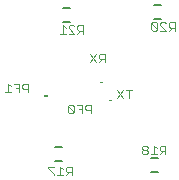
<source format=gbo>
G75*
%MOIN*%
%OFA0B0*%
%FSLAX25Y25*%
%IPPOS*%
%LPD*%
%AMOC8*
5,1,8,0,0,1.08239X$1,22.5*
%
%ADD10C,0.00300*%
%ADD11C,0.00600*%
%ADD12C,0.00000*%
D10*
X0020262Y0021932D02*
X0022197Y0019997D01*
X0022197Y0019513D01*
X0022197Y0022416D02*
X0020262Y0022416D01*
X0020262Y0021932D01*
X0023208Y0019513D02*
X0025143Y0019513D01*
X0024176Y0019513D02*
X0024176Y0022416D01*
X0025143Y0021448D01*
X0026155Y0020965D02*
X0026638Y0020481D01*
X0028090Y0020481D01*
X0028090Y0019513D02*
X0028090Y0022416D01*
X0026638Y0022416D01*
X0026155Y0021932D01*
X0026155Y0020965D01*
X0027122Y0020481D02*
X0026155Y0019513D01*
X0027306Y0040163D02*
X0028273Y0040163D01*
X0028757Y0040647D01*
X0026822Y0042582D01*
X0026822Y0040647D01*
X0027306Y0040163D01*
X0028757Y0040647D02*
X0028757Y0042582D01*
X0028273Y0043066D01*
X0027306Y0043066D01*
X0026822Y0042582D01*
X0029769Y0043066D02*
X0031703Y0043066D01*
X0031703Y0040163D01*
X0031703Y0041615D02*
X0030736Y0041615D01*
X0032715Y0041615D02*
X0033199Y0041131D01*
X0034650Y0041131D01*
X0034650Y0040163D02*
X0034650Y0043066D01*
X0033199Y0043066D01*
X0032715Y0042582D01*
X0032715Y0041615D01*
X0034269Y0057163D02*
X0036203Y0060066D01*
X0037215Y0059582D02*
X0037215Y0058615D01*
X0037699Y0058131D01*
X0039150Y0058131D01*
X0038183Y0058131D02*
X0037215Y0057163D01*
X0036203Y0057163D02*
X0034269Y0060066D01*
X0037215Y0059582D02*
X0037699Y0060066D01*
X0039150Y0060066D01*
X0039150Y0057163D01*
X0043269Y0048066D02*
X0045203Y0045163D01*
X0043269Y0045163D02*
X0045203Y0048066D01*
X0046215Y0048066D02*
X0048150Y0048066D01*
X0047183Y0048066D02*
X0047183Y0045163D01*
X0052045Y0029416D02*
X0051562Y0028932D01*
X0051562Y0028448D01*
X0052045Y0027965D01*
X0053013Y0027965D01*
X0053497Y0028448D01*
X0053497Y0028932D01*
X0053013Y0029416D01*
X0052045Y0029416D01*
X0052045Y0027965D02*
X0051562Y0027481D01*
X0051562Y0026997D01*
X0052045Y0026513D01*
X0053013Y0026513D01*
X0053497Y0026997D01*
X0053497Y0027481D01*
X0053013Y0027965D01*
X0054508Y0026513D02*
X0056443Y0026513D01*
X0057455Y0026513D02*
X0058422Y0027481D01*
X0057938Y0027481D02*
X0059390Y0027481D01*
X0059390Y0026513D02*
X0059390Y0029416D01*
X0057938Y0029416D01*
X0057455Y0028932D01*
X0057455Y0027965D01*
X0057938Y0027481D01*
X0056443Y0028448D02*
X0055476Y0029416D01*
X0055476Y0026513D01*
X0055145Y0067713D02*
X0056113Y0067713D01*
X0056597Y0068197D01*
X0054662Y0070132D01*
X0054662Y0068197D01*
X0055145Y0067713D01*
X0056597Y0068197D02*
X0056597Y0070132D01*
X0056113Y0070616D01*
X0055145Y0070616D01*
X0054662Y0070132D01*
X0057608Y0070132D02*
X0058092Y0070616D01*
X0059059Y0070616D01*
X0059543Y0070132D01*
X0060555Y0070132D02*
X0060555Y0069165D01*
X0061038Y0068681D01*
X0062490Y0068681D01*
X0062490Y0067713D02*
X0062490Y0070616D01*
X0061038Y0070616D01*
X0060555Y0070132D01*
X0061522Y0068681D02*
X0060555Y0067713D01*
X0059543Y0067713D02*
X0057608Y0069648D01*
X0057608Y0070132D01*
X0057608Y0067713D02*
X0059543Y0067713D01*
X0031990Y0067681D02*
X0030538Y0067681D01*
X0030055Y0068165D01*
X0030055Y0069132D01*
X0030538Y0069616D01*
X0031990Y0069616D01*
X0031990Y0066713D01*
X0031022Y0067681D02*
X0030055Y0066713D01*
X0029043Y0066713D02*
X0027108Y0068648D01*
X0027108Y0069132D01*
X0027592Y0069616D01*
X0028559Y0069616D01*
X0029043Y0069132D01*
X0029043Y0066713D02*
X0027108Y0066713D01*
X0026097Y0066713D02*
X0024162Y0066713D01*
X0025129Y0066713D02*
X0025129Y0069616D01*
X0026097Y0068648D01*
X0013650Y0050066D02*
X0013650Y0047163D01*
X0013650Y0048131D02*
X0012199Y0048131D01*
X0011715Y0048615D01*
X0011715Y0049582D01*
X0012199Y0050066D01*
X0013650Y0050066D01*
X0010703Y0050066D02*
X0010703Y0047163D01*
X0010703Y0048615D02*
X0009736Y0048615D01*
X0010703Y0050066D02*
X0008769Y0050066D01*
X0007757Y0049098D02*
X0006789Y0050066D01*
X0006789Y0047163D01*
X0005822Y0047163D02*
X0007757Y0047163D01*
D11*
X0022619Y0028876D02*
X0024981Y0028876D01*
X0024981Y0024151D02*
X0022619Y0024151D01*
X0025119Y0070651D02*
X0027481Y0070651D01*
X0027481Y0075376D02*
X0025119Y0075376D01*
X0054619Y0025376D02*
X0056981Y0025376D01*
X0056981Y0020651D02*
X0054619Y0020651D01*
X0055619Y0071651D02*
X0057981Y0071651D01*
X0057981Y0076376D02*
X0055619Y0076376D01*
D12*
X0041300Y0044613D02*
X0041250Y0044613D01*
X0041233Y0044597D01*
X0041233Y0044563D01*
X0041250Y0044547D01*
X0041300Y0044547D01*
X0041300Y0044513D02*
X0041300Y0044613D01*
X0041208Y0044613D02*
X0041141Y0044613D01*
X0041116Y0044613D02*
X0041066Y0044613D01*
X0041049Y0044597D01*
X0041049Y0044563D01*
X0041066Y0044547D01*
X0041116Y0044547D01*
X0041082Y0044547D02*
X0041049Y0044513D01*
X0041024Y0044513D02*
X0040957Y0044513D01*
X0040990Y0044513D02*
X0040990Y0044613D01*
X0041024Y0044580D01*
X0041116Y0044613D02*
X0041116Y0044513D01*
X0041175Y0044513D02*
X0041175Y0044613D01*
X0040932Y0044613D02*
X0040865Y0044613D01*
X0040840Y0044613D02*
X0040790Y0044613D01*
X0040773Y0044597D01*
X0040773Y0044563D01*
X0040790Y0044547D01*
X0040840Y0044547D01*
X0040840Y0044513D02*
X0040840Y0044613D01*
X0040898Y0044613D02*
X0040898Y0044513D01*
X0040748Y0044513D02*
X0040681Y0044513D01*
X0040655Y0044530D02*
X0040639Y0044513D01*
X0040605Y0044513D01*
X0040589Y0044530D01*
X0040589Y0044547D01*
X0040605Y0044563D01*
X0040622Y0044563D01*
X0040605Y0044563D02*
X0040589Y0044580D01*
X0040589Y0044597D01*
X0040605Y0044613D01*
X0040639Y0044613D01*
X0040655Y0044597D01*
X0040714Y0044613D02*
X0040714Y0044513D01*
X0040748Y0044580D02*
X0040714Y0044613D01*
X0040563Y0044613D02*
X0040513Y0044613D01*
X0040497Y0044597D01*
X0040497Y0044563D01*
X0040513Y0044547D01*
X0040563Y0044547D01*
X0040530Y0044547D02*
X0040497Y0044513D01*
X0040563Y0044513D02*
X0040563Y0044613D01*
X0038300Y0050513D02*
X0038300Y0050613D01*
X0038250Y0050613D01*
X0038233Y0050597D01*
X0038233Y0050563D01*
X0038250Y0050547D01*
X0038300Y0050547D01*
X0038208Y0050613D02*
X0038141Y0050613D01*
X0038116Y0050613D02*
X0038066Y0050613D01*
X0038049Y0050597D01*
X0038049Y0050563D01*
X0038066Y0050547D01*
X0038116Y0050547D01*
X0038082Y0050547D02*
X0038049Y0050513D01*
X0038024Y0050513D02*
X0037957Y0050513D01*
X0037990Y0050513D02*
X0037990Y0050613D01*
X0038024Y0050580D01*
X0038116Y0050613D02*
X0038116Y0050513D01*
X0038175Y0050513D02*
X0038175Y0050613D01*
X0037932Y0050613D02*
X0037865Y0050613D01*
X0037840Y0050613D02*
X0037790Y0050613D01*
X0037773Y0050597D01*
X0037773Y0050563D01*
X0037790Y0050547D01*
X0037840Y0050547D01*
X0037840Y0050513D02*
X0037840Y0050613D01*
X0037898Y0050613D02*
X0037898Y0050513D01*
X0037748Y0050513D02*
X0037681Y0050513D01*
X0037655Y0050530D02*
X0037639Y0050513D01*
X0037605Y0050513D01*
X0037589Y0050530D01*
X0037589Y0050547D01*
X0037605Y0050563D01*
X0037622Y0050563D01*
X0037605Y0050563D02*
X0037589Y0050580D01*
X0037589Y0050597D01*
X0037605Y0050613D01*
X0037639Y0050613D01*
X0037655Y0050597D01*
X0037714Y0050613D02*
X0037714Y0050513D01*
X0037748Y0050580D02*
X0037714Y0050613D01*
X0037563Y0050613D02*
X0037513Y0050613D01*
X0037497Y0050597D01*
X0037497Y0050563D01*
X0037513Y0050547D01*
X0037563Y0050547D01*
X0037530Y0050547D02*
X0037497Y0050513D01*
X0037563Y0050513D02*
X0037563Y0050613D01*
X0019800Y0046113D02*
X0019750Y0046113D01*
X0019733Y0046097D01*
X0019733Y0046063D01*
X0019750Y0046047D01*
X0019800Y0046047D01*
X0019800Y0046013D02*
X0019800Y0046113D01*
X0019708Y0046113D02*
X0019641Y0046113D01*
X0019616Y0046113D02*
X0019566Y0046113D01*
X0019549Y0046097D01*
X0019549Y0046063D01*
X0019566Y0046047D01*
X0019616Y0046047D01*
X0019582Y0046047D02*
X0019549Y0046013D01*
X0019524Y0046013D02*
X0019457Y0046013D01*
X0019490Y0046013D02*
X0019490Y0046113D01*
X0019524Y0046080D01*
X0019616Y0046113D02*
X0019616Y0046013D01*
X0019675Y0046013D02*
X0019675Y0046113D01*
X0019432Y0046113D02*
X0019365Y0046113D01*
X0019340Y0046113D02*
X0019290Y0046113D01*
X0019273Y0046097D01*
X0019273Y0046063D01*
X0019290Y0046047D01*
X0019340Y0046047D01*
X0019340Y0046013D02*
X0019340Y0046113D01*
X0019398Y0046113D02*
X0019398Y0046013D01*
X0019248Y0046013D02*
X0019181Y0046013D01*
X0019155Y0046030D02*
X0019139Y0046013D01*
X0019105Y0046013D01*
X0019089Y0046030D01*
X0019089Y0046047D01*
X0019105Y0046063D01*
X0019122Y0046063D01*
X0019105Y0046063D02*
X0019089Y0046080D01*
X0019089Y0046097D01*
X0019105Y0046113D01*
X0019139Y0046113D01*
X0019155Y0046097D01*
X0019214Y0046113D02*
X0019214Y0046013D01*
X0019248Y0046080D02*
X0019214Y0046113D01*
X0019063Y0046113D02*
X0019013Y0046113D01*
X0018997Y0046097D01*
X0018997Y0046063D01*
X0019013Y0046047D01*
X0019063Y0046047D01*
X0019030Y0046047D02*
X0018997Y0046013D01*
X0019063Y0046013D02*
X0019063Y0046113D01*
M02*

</source>
